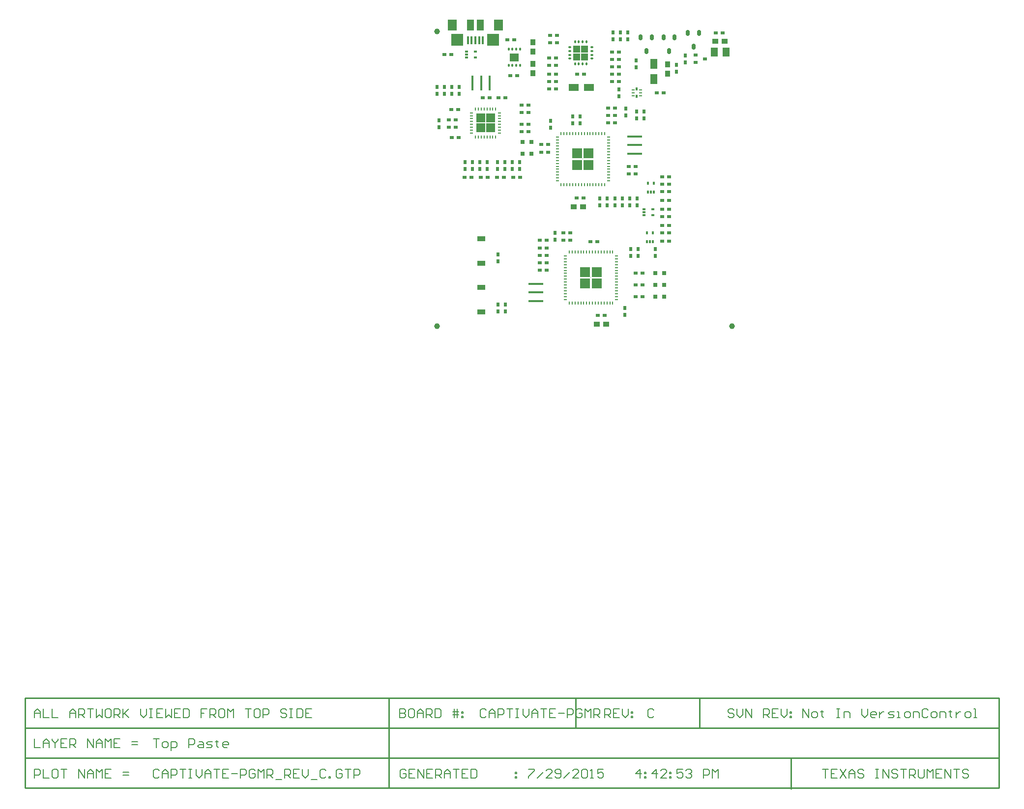
<source format=gtp>
%FSAX25Y25*%
%MOIN*%
G70*
G01*
G75*
G04 Layer_Color=9021481*
%ADD10R,0.01575X0.10236*%
%ADD11R,0.03150X0.02362*%
%ADD12R,0.03150X0.03150*%
%ADD13R,0.03937X0.03740*%
%ADD14R,0.01969X0.01181*%
%ADD15R,0.01181X0.01969*%
%ADD16R,0.02362X0.03150*%
%ADD17R,0.10236X0.01575*%
G04:AMPARAMS|DCode=18|XSize=23.62mil|YSize=39.37mil|CornerRadius=5.91mil|HoleSize=0mil|Usage=FLASHONLY|Rotation=0.000|XOffset=0mil|YOffset=0mil|HoleType=Round|Shape=RoundedRectangle|*
%AMROUNDEDRECTD18*
21,1,0.02362,0.02756,0,0,0.0*
21,1,0.01181,0.03937,0,0,0.0*
1,1,0.01181,0.00591,-0.01378*
1,1,0.01181,-0.00591,-0.01378*
1,1,0.01181,-0.00591,0.01378*
1,1,0.01181,0.00591,0.01378*
%
%ADD18ROUNDEDRECTD18*%
%ADD19R,0.05000X0.06300*%
%ADD20R,0.03740X0.03937*%
%ADD21R,0.04921X0.07087*%
%ADD22R,0.07087X0.04921*%
%ADD23C,0.03937*%
%ADD24O,0.00945X0.02362*%
%ADD25O,0.02362X0.00945*%
%ADD26R,0.16732X0.16732*%
%ADD27R,0.13583X0.13583*%
%ADD28R,0.06890X0.05906*%
%ADD29O,0.01181X0.02362*%
%ADD30R,0.01181X0.02362*%
%ADD31R,0.02165X0.00984*%
%ADD32R,0.02165X0.00787*%
%ADD33R,0.05512X0.03740*%
%ADD34R,0.08268X0.08268*%
%ADD35R,0.06299X0.07480*%
%ADD36R,0.04724X0.07480*%
%ADD37R,0.01575X0.05315*%
%ADD38O,0.02362X0.01181*%
%ADD39R,0.10630X0.10630*%
%ADD40C,0.00800*%
%ADD41C,0.00900*%
%ADD42C,0.01000*%
%ADD43C,0.02000*%
%ADD44C,0.01500*%
%ADD45C,0.01200*%
%ADD46R,0.17200X0.17200*%
%ADD47C,0.06000*%
%ADD48C,0.05906*%
%ADD49R,0.05906X0.05906*%
%ADD50R,0.03937X0.03937*%
%ADD51C,0.09843*%
%ADD52C,0.03000*%
%ADD53C,0.01969*%
%ADD54C,0.04000*%
%ADD55C,0.00100*%
%ADD56C,0.07543*%
%ADD57C,0.06756*%
%ADD58C,0.10693*%
%ADD59C,0.08000*%
%ADD60C,0.05600*%
%ADD61C,0.04787*%
%ADD62C,0.00700*%
%ADD63C,0.00787*%
%ADD64C,0.00669*%
%ADD65C,0.00600*%
%ADD66R,0.01969X0.06299*%
%ADD67R,0.01968X0.06299*%
%ADD68R,0.00787X0.03248*%
%ADD69R,0.01969X0.06299*%
%ADD70R,0.01280X0.02658*%
%ADD71R,0.07039X0.07039*%
%ADD72R,0.05850X0.05850*%
%ADD73R,0.06240X0.05445*%
%ADD74R,0.04677X0.04677*%
%ADD75R,0.00100X0.00100*%
G54D10*
X0355105Y0518400D02*
D03*
X0343295D02*
D03*
X0349200D02*
D03*
G54D11*
X0324338Y0537900D02*
D03*
X0329062D02*
D03*
X0453838Y0389400D02*
D03*
X0458563D02*
D03*
X0428338Y0360900D02*
D03*
X0433062D02*
D03*
X0381200Y0503400D02*
D03*
X0376476D02*
D03*
X0381200Y0498400D02*
D03*
X0376476D02*
D03*
X0381200Y0490400D02*
D03*
X0376476D02*
D03*
X0381200Y0485400D02*
D03*
X0376476D02*
D03*
X0359838Y0454400D02*
D03*
X0364562D02*
D03*
X0375562D02*
D03*
X0370838D02*
D03*
X0355062Y0508400D02*
D03*
X0350338D02*
D03*
X0337838Y0454400D02*
D03*
X0342562D02*
D03*
X0348838Y0454400D02*
D03*
X0353562D02*
D03*
X0334062Y0481400D02*
D03*
X0329338D02*
D03*
X0333562Y0500400D02*
D03*
X0328838D02*
D03*
X0373562Y0523400D02*
D03*
X0368838D02*
D03*
X0404838Y0416900D02*
D03*
X0409562D02*
D03*
X0388838Y0411900D02*
D03*
X0393562D02*
D03*
X0388838Y0406400D02*
D03*
X0393562D02*
D03*
X0404838Y0411900D02*
D03*
X0409562D02*
D03*
X0458562Y0381400D02*
D03*
X0453838D02*
D03*
X0458563Y0373400D02*
D03*
X0453838D02*
D03*
X0435338Y0501400D02*
D03*
X0440062D02*
D03*
X0442562Y0539400D02*
D03*
X0437838D02*
D03*
X0400562Y0550900D02*
D03*
X0395838D02*
D03*
X0400562Y0545900D02*
D03*
X0395838D02*
D03*
X0442562Y0519565D02*
D03*
X0437838D02*
D03*
Y0529565D02*
D03*
X0442562D02*
D03*
X0435338Y0491400D02*
D03*
X0440062D02*
D03*
X0468338Y0511900D02*
D03*
X0473062D02*
D03*
X0395338Y0519400D02*
D03*
X0400062D02*
D03*
X0389838Y0471400D02*
D03*
X0394562D02*
D03*
X0389838Y0476900D02*
D03*
X0394562D02*
D03*
X0365562Y0508400D02*
D03*
X0360838D02*
D03*
X0332062Y0488400D02*
D03*
X0327338D02*
D03*
X0371562Y0547900D02*
D03*
X0366838D02*
D03*
X0393562Y0391400D02*
D03*
X0388838D02*
D03*
X0393562Y0396400D02*
D03*
X0388838D02*
D03*
X0423338Y0410900D02*
D03*
X0428062D02*
D03*
X0393562Y0401400D02*
D03*
X0388838D02*
D03*
X0508338Y0552400D02*
D03*
X0513062D02*
D03*
X0437838Y0524565D02*
D03*
X0442562D02*
D03*
X0440062Y0496400D02*
D03*
X0435338D02*
D03*
X0400062Y0514400D02*
D03*
X0395338D02*
D03*
X0449338Y0461900D02*
D03*
X0454062D02*
D03*
X0449338Y0456900D02*
D03*
X0454062D02*
D03*
X0418562Y0440400D02*
D03*
X0413838D02*
D03*
X0414338Y0524400D02*
D03*
X0419062D02*
D03*
X0395338Y0524400D02*
D03*
X0400062D02*
D03*
X0395338Y0530400D02*
D03*
X0400062D02*
D03*
X0442562Y0534565D02*
D03*
X0437838D02*
D03*
X0395338Y0535400D02*
D03*
X0400062D02*
D03*
X0494550Y0537459D02*
D03*
Y0532341D02*
D03*
X0500850Y0534900D02*
D03*
X0332062Y0493400D02*
D03*
X0327338D02*
D03*
X0476562Y0449900D02*
D03*
X0471838D02*
D03*
Y0454900D02*
D03*
X0476562D02*
D03*
Y0444900D02*
D03*
X0471838D02*
D03*
Y0438900D02*
D03*
X0476562D02*
D03*
Y0432735D02*
D03*
X0471838D02*
D03*
Y0427735D02*
D03*
X0476562D02*
D03*
Y0421735D02*
D03*
X0471838D02*
D03*
Y0416735D02*
D03*
X0476562D02*
D03*
Y0411235D02*
D03*
X0471838D02*
D03*
G54D12*
X0467248Y0389400D02*
D03*
X0473153D02*
D03*
X0473153Y0381400D02*
D03*
X0467247D02*
D03*
X0467248Y0373400D02*
D03*
X0473153D02*
D03*
X0377247Y0470400D02*
D03*
X0383153D02*
D03*
Y0478400D02*
D03*
X0377247D02*
D03*
G54D13*
X0427550Y0354900D02*
D03*
X0433850D02*
D03*
X0412050Y0434400D02*
D03*
X0418350D02*
D03*
X0508050Y0546900D02*
D03*
X0514350D02*
D03*
G54D14*
X0465653Y0432703D02*
D03*
Y0428766D02*
D03*
X0459747D02*
D03*
Y0430735D02*
D03*
Y0432703D02*
D03*
X0345153Y0539868D02*
D03*
Y0535931D02*
D03*
X0339247D02*
D03*
Y0537900D02*
D03*
Y0539868D02*
D03*
G54D15*
X0461732Y0416853D02*
D03*
X0465669D02*
D03*
Y0410947D02*
D03*
X0463701D02*
D03*
X0461732D02*
D03*
X0462231Y0450353D02*
D03*
X0466169D02*
D03*
Y0444447D02*
D03*
X0464200D02*
D03*
X0462231D02*
D03*
G54D16*
X0455700Y0401038D02*
D03*
Y0405762D02*
D03*
X0450700D02*
D03*
Y0401038D02*
D03*
X0467200Y0405762D02*
D03*
Y0401038D02*
D03*
X0370200Y0460038D02*
D03*
Y0464762D02*
D03*
X0365200Y0460038D02*
D03*
Y0464762D02*
D03*
X0348200Y0464762D02*
D03*
Y0460038D02*
D03*
X0343200Y0464762D02*
D03*
Y0460038D02*
D03*
X0319200Y0515762D02*
D03*
Y0511038D02*
D03*
X0334200Y0515762D02*
D03*
Y0511038D02*
D03*
X0360700Y0397538D02*
D03*
Y0402262D02*
D03*
X0365700Y0363538D02*
D03*
Y0368262D02*
D03*
X0454200Y0533762D02*
D03*
Y0529038D02*
D03*
X0487700Y0532538D02*
D03*
Y0537262D02*
D03*
X0443700Y0548038D02*
D03*
Y0552762D02*
D03*
X0438700D02*
D03*
Y0548038D02*
D03*
X0447200Y0496538D02*
D03*
Y0501262D02*
D03*
X0454521Y0499262D02*
D03*
Y0494538D02*
D03*
X0439879Y0440262D02*
D03*
Y0435538D02*
D03*
X0449879Y0435538D02*
D03*
Y0440262D02*
D03*
X0444879Y0435538D02*
D03*
Y0440262D02*
D03*
X0320700Y0493262D02*
D03*
Y0488538D02*
D03*
X0360200Y0464762D02*
D03*
Y0460038D02*
D03*
X0375200Y0464762D02*
D03*
Y0460038D02*
D03*
X0338200Y0464762D02*
D03*
Y0460038D02*
D03*
X0353200Y0460038D02*
D03*
Y0464762D02*
D03*
X0324200Y0511038D02*
D03*
Y0515762D02*
D03*
X0329200Y0511038D02*
D03*
Y0515762D02*
D03*
X0446700Y0365762D02*
D03*
Y0361038D02*
D03*
X0399200Y0412038D02*
D03*
Y0416762D02*
D03*
X0360700Y0363538D02*
D03*
Y0368262D02*
D03*
X0481700Y0530762D02*
D03*
Y0526038D02*
D03*
X0448700Y0552762D02*
D03*
Y0548038D02*
D03*
X0459700Y0499262D02*
D03*
Y0494538D02*
D03*
X0416200Y0491038D02*
D03*
Y0495762D02*
D03*
X0396200Y0488038D02*
D03*
Y0492762D02*
D03*
X0411200Y0491038D02*
D03*
Y0495762D02*
D03*
X0454879Y0440262D02*
D03*
Y0435538D02*
D03*
X0434700Y0440262D02*
D03*
Y0435538D02*
D03*
X0442700Y0514262D02*
D03*
Y0509538D02*
D03*
X0429700Y0440262D02*
D03*
Y0435538D02*
D03*
G54D17*
X0386200Y0370494D02*
D03*
Y0382305D02*
D03*
Y0376400D02*
D03*
X0453200Y0482305D02*
D03*
Y0470495D02*
D03*
Y0476400D02*
D03*
G54D18*
X0464940Y0549624D02*
D03*
X0457460D02*
D03*
X0461200Y0540176D02*
D03*
X0496940Y0552625D02*
D03*
X0489460D02*
D03*
X0493200Y0543176D02*
D03*
X0480440Y0549624D02*
D03*
X0472960D02*
D03*
X0476700Y0540175D02*
D03*
G54D19*
X0507200Y0539400D02*
D03*
X0515200D02*
D03*
G54D20*
X0384200Y0546050D02*
D03*
Y0539750D02*
D03*
Y0525250D02*
D03*
Y0531550D02*
D03*
X0475700Y0531050D02*
D03*
Y0524750D02*
D03*
G54D21*
X0466200Y0531518D02*
D03*
Y0521282D02*
D03*
G54D22*
X0422318Y0515400D02*
D03*
X0412082D02*
D03*
G54D23*
X0319200Y0353400D02*
D03*
X0519200D02*
D03*
X0319200Y0553400D02*
D03*
G54D24*
X0408936Y0369077D02*
D03*
X0410905D02*
D03*
X0412873D02*
D03*
X0414842D02*
D03*
X0416810D02*
D03*
X0418779D02*
D03*
X0420747D02*
D03*
X0422716D02*
D03*
X0424684D02*
D03*
X0426653D02*
D03*
X0428621D02*
D03*
X0430590D02*
D03*
X0432558D02*
D03*
X0434527D02*
D03*
X0436495D02*
D03*
X0438464D02*
D03*
Y0403723D02*
D03*
X0436495D02*
D03*
X0434527D02*
D03*
X0432558D02*
D03*
X0430590D02*
D03*
X0428621D02*
D03*
X0426653D02*
D03*
X0424684D02*
D03*
X0422716D02*
D03*
X0420747D02*
D03*
X0418779D02*
D03*
X0416810D02*
D03*
X0414842D02*
D03*
X0412873D02*
D03*
X0410905D02*
D03*
X0408936D02*
D03*
X0432964Y0484223D02*
D03*
X0430995D02*
D03*
X0429027D02*
D03*
X0427058D02*
D03*
X0425090D02*
D03*
X0423121D02*
D03*
X0421153D02*
D03*
X0419184D02*
D03*
X0417216D02*
D03*
X0415247D02*
D03*
X0413279D02*
D03*
X0411310D02*
D03*
X0409342D02*
D03*
X0407373D02*
D03*
X0405405D02*
D03*
X0403436D02*
D03*
Y0449577D02*
D03*
X0405405D02*
D03*
X0407373D02*
D03*
X0409342D02*
D03*
X0411310D02*
D03*
X0413279D02*
D03*
X0415247D02*
D03*
X0417216D02*
D03*
X0419184D02*
D03*
X0421153D02*
D03*
X0423121D02*
D03*
X0425090D02*
D03*
X0427058D02*
D03*
X0429027D02*
D03*
X0430995D02*
D03*
X0432964D02*
D03*
X0345310Y0481951D02*
D03*
X0347279D02*
D03*
X0349247D02*
D03*
X0351216D02*
D03*
X0353184D02*
D03*
X0355153D02*
D03*
X0357121D02*
D03*
X0359090D02*
D03*
Y0500849D02*
D03*
X0357121D02*
D03*
X0355153D02*
D03*
X0353184D02*
D03*
X0351216D02*
D03*
X0349247D02*
D03*
X0347279D02*
D03*
X0345310D02*
D03*
G54D25*
X0441023Y0371633D02*
D03*
Y0373602D02*
D03*
Y0375571D02*
D03*
Y0377539D02*
D03*
Y0379508D02*
D03*
Y0381477D02*
D03*
Y0383447D02*
D03*
Y0385416D02*
D03*
Y0387385D02*
D03*
Y0389353D02*
D03*
Y0391322D02*
D03*
Y0393291D02*
D03*
Y0395261D02*
D03*
Y0397230D02*
D03*
Y0399199D02*
D03*
Y0401167D02*
D03*
X0406377D02*
D03*
Y0399199D02*
D03*
Y0397230D02*
D03*
Y0395261D02*
D03*
Y0393291D02*
D03*
Y0391322D02*
D03*
Y0389353D02*
D03*
Y0387385D02*
D03*
Y0385416D02*
D03*
Y0383447D02*
D03*
Y0381477D02*
D03*
Y0379508D02*
D03*
Y0377539D02*
D03*
Y0375571D02*
D03*
Y0373602D02*
D03*
Y0371633D02*
D03*
X0400877Y0481668D02*
D03*
Y0479699D02*
D03*
Y0477730D02*
D03*
Y0475761D02*
D03*
Y0473792D02*
D03*
Y0471823D02*
D03*
Y0469853D02*
D03*
Y0467884D02*
D03*
Y0465915D02*
D03*
Y0463946D02*
D03*
Y0461977D02*
D03*
Y0460008D02*
D03*
Y0458040D02*
D03*
Y0456071D02*
D03*
Y0454102D02*
D03*
Y0452133D02*
D03*
X0435523D02*
D03*
Y0454102D02*
D03*
Y0456071D02*
D03*
Y0458040D02*
D03*
Y0460008D02*
D03*
Y0461977D02*
D03*
Y0463946D02*
D03*
Y0465915D02*
D03*
Y0467884D02*
D03*
Y0469853D02*
D03*
Y0471823D02*
D03*
Y0473792D02*
D03*
Y0475761D02*
D03*
Y0477730D02*
D03*
Y0479699D02*
D03*
Y0481668D02*
D03*
X0342751Y0498290D02*
D03*
Y0496321D02*
D03*
Y0494353D02*
D03*
Y0492384D02*
D03*
Y0490416D02*
D03*
Y0488447D02*
D03*
Y0486479D02*
D03*
Y0484510D02*
D03*
X0361649D02*
D03*
Y0486479D02*
D03*
Y0488447D02*
D03*
Y0490416D02*
D03*
Y0492384D02*
D03*
Y0494353D02*
D03*
Y0496321D02*
D03*
Y0498290D02*
D03*
G54D29*
X0375539Y0530388D02*
D03*
X0372979D02*
D03*
X0370421D02*
D03*
X0367861D02*
D03*
Y0541412D02*
D03*
X0370421D02*
D03*
X0372979D02*
D03*
X0375539D02*
D03*
X0420539Y0546380D02*
D03*
X0417979D02*
D03*
X0415420D02*
D03*
X0412861D02*
D03*
Y0531420D02*
D03*
X0415420D02*
D03*
X0417979D02*
D03*
X0420539D02*
D03*
G54D30*
X0454700Y0514459D02*
D03*
Y0509341D02*
D03*
G54D31*
X0452141Y0513869D02*
D03*
Y0509932D02*
D03*
X0457259D02*
D03*
Y0513869D02*
D03*
G54D32*
X0452141Y0511900D02*
D03*
X0457259D02*
D03*
G54D33*
X0349200Y0412668D02*
D03*
Y0396132D02*
D03*
Y0379668D02*
D03*
Y0363132D02*
D03*
G54D34*
X0333050Y0547892D02*
D03*
X0357460D02*
D03*
G54D35*
X0329507Y0557932D02*
D03*
X0361003D02*
D03*
G54D36*
X0348700D02*
D03*
X0341810D02*
D03*
G54D37*
X0350373Y0547400D02*
D03*
X0347814D02*
D03*
X0345255D02*
D03*
X0342696D02*
D03*
X0340137D02*
D03*
G54D38*
X0424180Y0535061D02*
D03*
Y0537620D02*
D03*
Y0540179D02*
D03*
Y0542739D02*
D03*
X0409220D02*
D03*
Y0540179D02*
D03*
Y0537620D02*
D03*
Y0535061D02*
D03*
G54D40*
X0126900Y0073549D02*
X0130899D01*
X0128899D01*
Y0067551D01*
X0133898D02*
X0135897D01*
X0136897Y0068550D01*
Y0070550D01*
X0135897Y0071549D01*
X0133898D01*
X0132898Y0070550D01*
Y0068550D01*
X0133898Y0067551D01*
X0138896Y0065551D02*
Y0071549D01*
X0141895D01*
X0142895Y0070550D01*
Y0068550D01*
X0141895Y0067551D01*
X0138896D01*
X0150892D02*
Y0073549D01*
X0153891D01*
X0154891Y0072549D01*
Y0070550D01*
X0153891Y0069550D01*
X0150892D01*
X0157890Y0071549D02*
X0159889D01*
X0160889Y0070550D01*
Y0067551D01*
X0157890D01*
X0156890Y0068550D01*
X0157890Y0069550D01*
X0160889D01*
X0162888Y0067551D02*
X0165887D01*
X0166887Y0068550D01*
X0165887Y0069550D01*
X0163888D01*
X0162888Y0070550D01*
X0163888Y0071549D01*
X0166887D01*
X0169886Y0072549D02*
Y0071549D01*
X0168886D01*
X0170886D01*
X0169886D01*
Y0068550D01*
X0170886Y0067551D01*
X0176884D02*
X0174884D01*
X0173885Y0068550D01*
Y0070550D01*
X0174884Y0071549D01*
X0176884D01*
X0177884Y0070550D01*
Y0069550D01*
X0173885D01*
X0567400Y0087833D02*
Y0093831D01*
X0571399Y0087833D01*
Y0093831D01*
X0574398Y0087833D02*
X0576397D01*
X0577397Y0088833D01*
Y0090832D01*
X0576397Y0091832D01*
X0574398D01*
X0573398Y0090832D01*
Y0088833D01*
X0574398Y0087833D01*
X0580396Y0092832D02*
Y0091832D01*
X0579396D01*
X0581395D01*
X0580396D01*
Y0088833D01*
X0581395Y0087833D01*
X0590393Y0093831D02*
X0592392D01*
X0591392D01*
Y0087833D01*
X0590393D01*
X0592392D01*
X0595391D02*
Y0091832D01*
X0598390D01*
X0599390Y0090832D01*
Y0087833D01*
X0607387Y0093831D02*
Y0089833D01*
X0609386Y0087833D01*
X0611386Y0089833D01*
Y0093831D01*
X0616384Y0087833D02*
X0614385D01*
X0613385Y0088833D01*
Y0090832D01*
X0614385Y0091832D01*
X0616384D01*
X0617384Y0090832D01*
Y0089833D01*
X0613385D01*
X0619383Y0091832D02*
Y0087833D01*
Y0089833D01*
X0620383Y0090832D01*
X0621383Y0091832D01*
X0622382D01*
X0625381Y0087833D02*
X0628380D01*
X0629380Y0088833D01*
X0628380Y0089833D01*
X0626381D01*
X0625381Y0090832D01*
X0626381Y0091832D01*
X0629380D01*
X0631379Y0087833D02*
X0633379D01*
X0632379D01*
Y0091832D01*
X0631379D01*
X0637377Y0087833D02*
X0639377D01*
X0640376Y0088833D01*
Y0090832D01*
X0639377Y0091832D01*
X0637377D01*
X0636378Y0090832D01*
Y0088833D01*
X0637377Y0087833D01*
X0642376D02*
Y0091832D01*
X0645375D01*
X0646374Y0090832D01*
Y0087833D01*
X0652373Y0092832D02*
X0651373Y0093831D01*
X0649373D01*
X0648374Y0092832D01*
Y0088833D01*
X0649373Y0087833D01*
X0651373D01*
X0652373Y0088833D01*
X0655372Y0087833D02*
X0657371D01*
X0658371Y0088833D01*
Y0090832D01*
X0657371Y0091832D01*
X0655372D01*
X0654372Y0090832D01*
Y0088833D01*
X0655372Y0087833D01*
X0660370D02*
Y0091832D01*
X0663369D01*
X0664369Y0090832D01*
Y0087833D01*
X0667368Y0092832D02*
Y0091832D01*
X0666368D01*
X0668367D01*
X0667368D01*
Y0088833D01*
X0668367Y0087833D01*
X0671366Y0091832D02*
Y0087833D01*
Y0089833D01*
X0672366Y0090832D01*
X0673366Y0091832D01*
X0674365D01*
X0678364Y0087833D02*
X0680364D01*
X0681363Y0088833D01*
Y0090832D01*
X0680364Y0091832D01*
X0678364D01*
X0677364Y0090832D01*
Y0088833D01*
X0678364Y0087833D01*
X0683362D02*
X0685362D01*
X0684362D01*
Y0093831D01*
X0683362D01*
X0520799Y0092832D02*
X0519799Y0093831D01*
X0517800D01*
X0516800Y0092832D01*
Y0091832D01*
X0517800Y0090832D01*
X0519799D01*
X0520799Y0089833D01*
Y0088833D01*
X0519799Y0087833D01*
X0517800D01*
X0516800Y0088833D01*
X0522798Y0093831D02*
Y0089833D01*
X0524797Y0087833D01*
X0526797Y0089833D01*
Y0093831D01*
X0528796Y0087833D02*
Y0093831D01*
X0532795Y0087833D01*
Y0093831D01*
X0540792Y0087833D02*
Y0093831D01*
X0543791D01*
X0544791Y0092832D01*
Y0090832D01*
X0543791Y0089833D01*
X0540792D01*
X0542792D02*
X0544791Y0087833D01*
X0550789Y0093831D02*
X0546790D01*
Y0087833D01*
X0550789D01*
X0546790Y0090832D02*
X0548790D01*
X0552788Y0093831D02*
Y0089833D01*
X0554788Y0087833D01*
X0556787Y0089833D01*
Y0093831D01*
X0558786Y0091832D02*
X0559786D01*
Y0090832D01*
X0558786D01*
Y0091832D01*
Y0088833D02*
X0559786D01*
Y0087833D01*
X0558786D01*
Y0088833D01*
X0433000Y0087833D02*
Y0093831D01*
X0435999D01*
X0436999Y0092832D01*
Y0090832D01*
X0435999Y0089833D01*
X0433000D01*
X0434999D02*
X0436999Y0087833D01*
X0442997Y0093831D02*
X0438998D01*
Y0087833D01*
X0442997D01*
X0438998Y0090832D02*
X0440997D01*
X0444996Y0093831D02*
Y0089833D01*
X0446995Y0087833D01*
X0448995Y0089833D01*
Y0093831D01*
X0450994Y0091832D02*
X0451994D01*
Y0090832D01*
X0450994D01*
Y0091832D01*
Y0088833D02*
X0451994D01*
Y0087833D01*
X0450994D01*
Y0088833D01*
X0130899Y0051965D02*
X0129899Y0052965D01*
X0127900D01*
X0126900Y0051965D01*
Y0047966D01*
X0127900Y0046966D01*
X0129899D01*
X0130899Y0047966D01*
X0132898Y0046966D02*
Y0050965D01*
X0134897Y0052965D01*
X0136897Y0050965D01*
Y0046966D01*
Y0049966D01*
X0132898D01*
X0138896Y0046966D02*
Y0052965D01*
X0141895D01*
X0142895Y0051965D01*
Y0049966D01*
X0141895Y0048966D01*
X0138896D01*
X0144894Y0052965D02*
X0148893D01*
X0146894D01*
Y0046966D01*
X0150892Y0052965D02*
X0152892D01*
X0151892D01*
Y0046966D01*
X0150892D01*
X0152892D01*
X0155891Y0052965D02*
Y0048966D01*
X0157890Y0046966D01*
X0159889Y0048966D01*
Y0052965D01*
X0161889Y0046966D02*
Y0050965D01*
X0163888Y0052965D01*
X0165887Y0050965D01*
Y0046966D01*
Y0049966D01*
X0161889D01*
X0167887Y0052965D02*
X0171885D01*
X0169886D01*
Y0046966D01*
X0177884Y0052965D02*
X0173885D01*
Y0046966D01*
X0177884D01*
X0173885Y0049966D02*
X0175884D01*
X0179883D02*
X0183882D01*
X0185881Y0046966D02*
Y0052965D01*
X0188880D01*
X0189880Y0051965D01*
Y0049966D01*
X0188880Y0048966D01*
X0185881D01*
X0195878Y0051965D02*
X0194878Y0052965D01*
X0192879D01*
X0191879Y0051965D01*
Y0047966D01*
X0192879Y0046966D01*
X0194878D01*
X0195878Y0047966D01*
Y0049966D01*
X0193878D01*
X0197877Y0046966D02*
Y0052965D01*
X0199876Y0050965D01*
X0201876Y0052965D01*
Y0046966D01*
X0203875D02*
Y0052965D01*
X0206874D01*
X0207874Y0051965D01*
Y0049966D01*
X0206874Y0048966D01*
X0203875D01*
X0205874D02*
X0207874Y0046966D01*
X0209873Y0045967D02*
X0213872D01*
X0215871Y0046966D02*
Y0052965D01*
X0218870D01*
X0219870Y0051965D01*
Y0049966D01*
X0218870Y0048966D01*
X0215871D01*
X0217871D02*
X0219870Y0046966D01*
X0225868Y0052965D02*
X0221869D01*
Y0046966D01*
X0225868D01*
X0221869Y0049966D02*
X0223869D01*
X0227867Y0052965D02*
Y0048966D01*
X0229867Y0046966D01*
X0231866Y0048966D01*
Y0052965D01*
X0233865Y0045967D02*
X0237864D01*
X0243862Y0051965D02*
X0242863Y0052965D01*
X0240863D01*
X0239863Y0051965D01*
Y0047966D01*
X0240863Y0046966D01*
X0242863D01*
X0243862Y0047966D01*
X0245862Y0046966D02*
Y0047966D01*
X0246861D01*
Y0046966D01*
X0245862D01*
X0254859Y0051965D02*
X0253859Y0052965D01*
X0251860D01*
X0250860Y0051965D01*
Y0047966D01*
X0251860Y0046966D01*
X0253859D01*
X0254859Y0047966D01*
Y0049966D01*
X0252859D01*
X0256858Y0052965D02*
X0260857D01*
X0258857D01*
Y0046966D01*
X0262856D02*
Y0052965D01*
X0265855D01*
X0266855Y0051965D01*
Y0049966D01*
X0265855Y0048966D01*
X0262856D01*
X0381150Y0052965D02*
X0385149D01*
Y0051965D01*
X0381150Y0047966D01*
Y0046966D01*
X0387148D02*
X0391147Y0050965D01*
X0397145Y0046966D02*
X0393146D01*
X0397145Y0050965D01*
Y0051965D01*
X0396145Y0052965D01*
X0394146D01*
X0393146Y0051965D01*
X0399144Y0047966D02*
X0400144Y0046966D01*
X0402143D01*
X0403143Y0047966D01*
Y0051965D01*
X0402143Y0052965D01*
X0400144D01*
X0399144Y0051965D01*
Y0050965D01*
X0400144Y0049966D01*
X0403143D01*
X0405142Y0046966D02*
X0409141Y0050965D01*
X0415139Y0046966D02*
X0411140D01*
X0415139Y0050965D01*
Y0051965D01*
X0414139Y0052965D01*
X0412140D01*
X0411140Y0051965D01*
X0417138D02*
X0418138Y0052965D01*
X0420137D01*
X0421137Y0051965D01*
Y0047966D01*
X0420137Y0046966D01*
X0418138D01*
X0417138Y0047966D01*
Y0051965D01*
X0423136Y0046966D02*
X0425136D01*
X0424136D01*
Y0052965D01*
X0423136Y0051965D01*
X0432133Y0052965D02*
X0428135D01*
Y0049966D01*
X0430134Y0050965D01*
X0431134D01*
X0432133Y0049966D01*
Y0047966D01*
X0431134Y0046966D01*
X0429135D01*
X0428135Y0047966D01*
X0298199Y0051965D02*
X0297199Y0052965D01*
X0295200D01*
X0294200Y0051965D01*
Y0047966D01*
X0295200Y0046966D01*
X0297199D01*
X0298199Y0047966D01*
Y0049966D01*
X0296199D01*
X0304197Y0052965D02*
X0300198D01*
Y0046966D01*
X0304197D01*
X0300198Y0049966D02*
X0302197D01*
X0306196Y0046966D02*
Y0052965D01*
X0310195Y0046966D01*
Y0052965D01*
X0316193D02*
X0312194D01*
Y0046966D01*
X0316193D01*
X0312194Y0049966D02*
X0314194D01*
X0318192Y0046966D02*
Y0052965D01*
X0321191D01*
X0322191Y0051965D01*
Y0049966D01*
X0321191Y0048966D01*
X0318192D01*
X0320192D02*
X0322191Y0046966D01*
X0324190D02*
Y0050965D01*
X0326190Y0052965D01*
X0328189Y0050965D01*
Y0046966D01*
Y0049966D01*
X0324190D01*
X0330188Y0052965D02*
X0334187D01*
X0332188D01*
Y0046966D01*
X0340185Y0052965D02*
X0336186D01*
Y0046966D01*
X0340185D01*
X0336186Y0049966D02*
X0338186D01*
X0342184Y0052965D02*
Y0046966D01*
X0345183D01*
X0346183Y0047966D01*
Y0051965D01*
X0345183Y0052965D01*
X0342184D01*
X0372175Y0050965D02*
X0373175D01*
Y0049966D01*
X0372175D01*
Y0050965D01*
Y0047966D02*
X0373175D01*
Y0046966D01*
X0372175D01*
Y0047966D01*
X0046350Y0087833D02*
Y0091832D01*
X0048349Y0093831D01*
X0050349Y0091832D01*
Y0087833D01*
Y0090832D01*
X0046350D01*
X0052348Y0093831D02*
Y0087833D01*
X0056347D01*
X0058346Y0093831D02*
Y0087833D01*
X0062345D01*
X0070342D02*
Y0091832D01*
X0072342Y0093831D01*
X0074341Y0091832D01*
Y0087833D01*
Y0090832D01*
X0070342D01*
X0076340Y0087833D02*
Y0093831D01*
X0079339D01*
X0080339Y0092832D01*
Y0090832D01*
X0079339Y0089833D01*
X0076340D01*
X0078340D02*
X0080339Y0087833D01*
X0082338Y0093831D02*
X0086337D01*
X0084338D01*
Y0087833D01*
X0088336Y0093831D02*
Y0087833D01*
X0090336Y0089833D01*
X0092335Y0087833D01*
Y0093831D01*
X0097334D02*
X0095334D01*
X0094335Y0092832D01*
Y0088833D01*
X0095334Y0087833D01*
X0097334D01*
X0098333Y0088833D01*
Y0092832D01*
X0097334Y0093831D01*
X0100332Y0087833D02*
Y0093831D01*
X0103332D01*
X0104331Y0092832D01*
Y0090832D01*
X0103332Y0089833D01*
X0100332D01*
X0102332D02*
X0104331Y0087833D01*
X0106331Y0093831D02*
Y0087833D01*
Y0089833D01*
X0110329Y0093831D01*
X0107330Y0090832D01*
X0110329Y0087833D01*
X0118327Y0093831D02*
Y0089833D01*
X0120326Y0087833D01*
X0122325Y0089833D01*
Y0093831D01*
X0124325D02*
X0126324D01*
X0125324D01*
Y0087833D01*
X0124325D01*
X0126324D01*
X0133322Y0093831D02*
X0129323D01*
Y0087833D01*
X0133322D01*
X0129323Y0090832D02*
X0131323D01*
X0135321Y0093831D02*
Y0087833D01*
X0137321Y0089833D01*
X0139320Y0087833D01*
Y0093831D01*
X0145318D02*
X0141319D01*
Y0087833D01*
X0145318D01*
X0141319Y0090832D02*
X0143319D01*
X0147317Y0093831D02*
Y0087833D01*
X0150316D01*
X0151316Y0088833D01*
Y0092832D01*
X0150316Y0093831D01*
X0147317D01*
X0163312D02*
X0159313D01*
Y0090832D01*
X0161313D01*
X0159313D01*
Y0087833D01*
X0165312D02*
Y0093831D01*
X0168310D01*
X0169310Y0092832D01*
Y0090832D01*
X0168310Y0089833D01*
X0165312D01*
X0167311D02*
X0169310Y0087833D01*
X0174309Y0093831D02*
X0172309D01*
X0171310Y0092832D01*
Y0088833D01*
X0172309Y0087833D01*
X0174309D01*
X0175308Y0088833D01*
Y0092832D01*
X0174309Y0093831D01*
X0177308Y0087833D02*
Y0093831D01*
X0179307Y0091832D01*
X0181306Y0093831D01*
Y0087833D01*
X0189304Y0093831D02*
X0193303D01*
X0191303D01*
Y0087833D01*
X0198301Y0093831D02*
X0196301D01*
X0195302Y0092832D01*
Y0088833D01*
X0196301Y0087833D01*
X0198301D01*
X0199301Y0088833D01*
Y0092832D01*
X0198301Y0093831D01*
X0201300Y0087833D02*
Y0093831D01*
X0204299D01*
X0205299Y0092832D01*
Y0090832D01*
X0204299Y0089833D01*
X0201300D01*
X0217295Y0092832D02*
X0216295Y0093831D01*
X0214296D01*
X0213296Y0092832D01*
Y0091832D01*
X0214296Y0090832D01*
X0216295D01*
X0217295Y0089833D01*
Y0088833D01*
X0216295Y0087833D01*
X0214296D01*
X0213296Y0088833D01*
X0219294Y0093831D02*
X0221293D01*
X0220294D01*
Y0087833D01*
X0219294D01*
X0221293D01*
X0224292Y0093831D02*
Y0087833D01*
X0227291D01*
X0228291Y0088833D01*
Y0092832D01*
X0227291Y0093831D01*
X0224292D01*
X0234289D02*
X0230291D01*
Y0087833D01*
X0234289D01*
X0230291Y0090832D02*
X0232290D01*
X0466149Y0092832D02*
X0465149Y0093831D01*
X0463150D01*
X0462150Y0092832D01*
Y0088833D01*
X0463150Y0087833D01*
X0465149D01*
X0466149Y0088833D01*
X0352549Y0092832D02*
X0351549Y0093831D01*
X0349550D01*
X0348550Y0092832D01*
Y0088833D01*
X0349550Y0087833D01*
X0351549D01*
X0352549Y0088833D01*
X0354548Y0087833D02*
Y0091832D01*
X0356547Y0093831D01*
X0358547Y0091832D01*
Y0087833D01*
Y0090832D01*
X0354548D01*
X0360546Y0087833D02*
Y0093831D01*
X0363545D01*
X0364545Y0092832D01*
Y0090832D01*
X0363545Y0089833D01*
X0360546D01*
X0366544Y0093831D02*
X0370543D01*
X0368544D01*
Y0087833D01*
X0372542Y0093831D02*
X0374542D01*
X0373542D01*
Y0087833D01*
X0372542D01*
X0374542D01*
X0377541Y0093831D02*
Y0089833D01*
X0379540Y0087833D01*
X0381539Y0089833D01*
Y0093831D01*
X0383539Y0087833D02*
Y0091832D01*
X0385538Y0093831D01*
X0387537Y0091832D01*
Y0087833D01*
Y0090832D01*
X0383539D01*
X0389537Y0093831D02*
X0393535D01*
X0391536D01*
Y0087833D01*
X0399534Y0093831D02*
X0395535D01*
Y0087833D01*
X0399534D01*
X0395535Y0090832D02*
X0397534D01*
X0401533D02*
X0405532D01*
X0407531Y0087833D02*
Y0093831D01*
X0410530D01*
X0411530Y0092832D01*
Y0090832D01*
X0410530Y0089833D01*
X0407531D01*
X0417528Y0092832D02*
X0416528Y0093831D01*
X0414529D01*
X0413529Y0092832D01*
Y0088833D01*
X0414529Y0087833D01*
X0416528D01*
X0417528Y0088833D01*
Y0090832D01*
X0415528D01*
X0419527Y0087833D02*
Y0093831D01*
X0421526Y0091832D01*
X0423526Y0093831D01*
Y0087833D01*
X0425525D02*
Y0093831D01*
X0428524D01*
X0429524Y0092832D01*
Y0090832D01*
X0428524Y0089833D01*
X0425525D01*
X0427524D02*
X0429524Y0087833D01*
X0294000Y0093831D02*
Y0087833D01*
X0296999D01*
X0297999Y0088833D01*
Y0089833D01*
X0296999Y0090832D01*
X0294000D01*
X0296999D01*
X0297999Y0091832D01*
Y0092832D01*
X0296999Y0093831D01*
X0294000D01*
X0302997D02*
X0300998D01*
X0299998Y0092832D01*
Y0088833D01*
X0300998Y0087833D01*
X0302997D01*
X0303997Y0088833D01*
Y0092832D01*
X0302997Y0093831D01*
X0305996Y0087833D02*
Y0091832D01*
X0307996Y0093831D01*
X0309995Y0091832D01*
Y0087833D01*
Y0090832D01*
X0305996D01*
X0311994Y0087833D02*
Y0093831D01*
X0314993D01*
X0315993Y0092832D01*
Y0090832D01*
X0314993Y0089833D01*
X0311994D01*
X0313994D02*
X0315993Y0087833D01*
X0317992Y0093831D02*
Y0087833D01*
X0320991D01*
X0321991Y0088833D01*
Y0092832D01*
X0320991Y0093831D01*
X0317992D01*
X0330988Y0087833D02*
Y0093831D01*
X0332987D02*
Y0087833D01*
X0329988Y0091832D02*
X0332987D01*
X0333987D01*
X0329988Y0089833D02*
X0333987D01*
X0335986Y0091832D02*
X0336986D01*
Y0090832D01*
X0335986D01*
Y0091832D01*
Y0088833D02*
X0336986D01*
Y0087833D01*
X0335986D01*
Y0088833D01*
X0046350Y0073549D02*
Y0067551D01*
X0050349D01*
X0052348D02*
Y0071549D01*
X0054347Y0073549D01*
X0056347Y0071549D01*
Y0067551D01*
Y0070550D01*
X0052348D01*
X0058346Y0073549D02*
Y0072549D01*
X0060346Y0070550D01*
X0062345Y0072549D01*
Y0073549D01*
X0060346Y0070550D02*
Y0067551D01*
X0068343Y0073549D02*
X0064344D01*
Y0067551D01*
X0068343D01*
X0064344Y0070550D02*
X0066343D01*
X0070342Y0067551D02*
Y0073549D01*
X0073341D01*
X0074341Y0072549D01*
Y0070550D01*
X0073341Y0069550D01*
X0070342D01*
X0072342D02*
X0074341Y0067551D01*
X0082338D02*
Y0073549D01*
X0086337Y0067551D01*
Y0073549D01*
X0088336Y0067551D02*
Y0071549D01*
X0090336Y0073549D01*
X0092335Y0071549D01*
Y0067551D01*
Y0070550D01*
X0088336D01*
X0094335Y0067551D02*
Y0073549D01*
X0096334Y0071549D01*
X0098333Y0073549D01*
Y0067551D01*
X0104331Y0073549D02*
X0100332D01*
Y0067551D01*
X0104331D01*
X0100332Y0070550D02*
X0102332D01*
X0112329Y0069550D02*
X0116327D01*
X0112329Y0071549D02*
X0116327D01*
X0046350Y0046966D02*
Y0052965D01*
X0049349D01*
X0050349Y0051965D01*
Y0049966D01*
X0049349Y0048966D01*
X0046350D01*
X0052348Y0052965D02*
Y0046966D01*
X0056347D01*
X0061345Y0052965D02*
X0059346D01*
X0058346Y0051965D01*
Y0047966D01*
X0059346Y0046966D01*
X0061345D01*
X0062345Y0047966D01*
Y0051965D01*
X0061345Y0052965D01*
X0064344D02*
X0068343D01*
X0066343D01*
Y0046966D01*
X0076340D02*
Y0052965D01*
X0080339Y0046966D01*
Y0052965D01*
X0082338Y0046966D02*
Y0050965D01*
X0084338Y0052965D01*
X0086337Y0050965D01*
Y0046966D01*
Y0049966D01*
X0082338D01*
X0088336Y0046966D02*
Y0052965D01*
X0090336Y0050965D01*
X0092335Y0052965D01*
Y0046966D01*
X0098333Y0052965D02*
X0094335D01*
Y0046966D01*
X0098333D01*
X0094335Y0049966D02*
X0096334D01*
X0106331Y0048966D02*
X0110329D01*
X0106331Y0050965D02*
X0110329D01*
X0457049Y0046966D02*
Y0052965D01*
X0454050Y0049966D01*
X0458049D01*
X0460048Y0050965D02*
X0461048D01*
Y0049966D01*
X0460048D01*
Y0050965D01*
Y0047966D02*
X0461048D01*
Y0046966D01*
X0460048D01*
Y0047966D01*
X0468046Y0046966D02*
Y0052965D01*
X0465046Y0049966D01*
X0469045D01*
X0475043Y0046966D02*
X0471044D01*
X0475043Y0050965D01*
Y0051965D01*
X0474044Y0052965D01*
X0472044D01*
X0471044Y0051965D01*
X0477043Y0050965D02*
X0478042D01*
Y0049966D01*
X0477043D01*
Y0050965D01*
Y0047966D02*
X0478042D01*
Y0046966D01*
X0477043D01*
Y0047966D01*
X0486040Y0052965D02*
X0482041D01*
Y0049966D01*
X0484040Y0050965D01*
X0485040D01*
X0486040Y0049966D01*
Y0047966D01*
X0485040Y0046966D01*
X0483041D01*
X0482041Y0047966D01*
X0488039Y0051965D02*
X0489039Y0052965D01*
X0491038D01*
X0492038Y0051965D01*
Y0050965D01*
X0491038Y0049966D01*
X0490038D01*
X0491038D01*
X0492038Y0048966D01*
Y0047966D01*
X0491038Y0046966D01*
X0489039D01*
X0488039Y0047966D01*
X0500035Y0046966D02*
Y0052965D01*
X0503034D01*
X0504034Y0051965D01*
Y0049966D01*
X0503034Y0048966D01*
X0500035D01*
X0506033Y0046966D02*
Y0052965D01*
X0508033Y0050965D01*
X0510032Y0052965D01*
Y0046966D01*
X0580500Y0052965D02*
X0584499D01*
X0582499D01*
Y0046966D01*
X0590497Y0052965D02*
X0586498D01*
Y0046966D01*
X0590497D01*
X0586498Y0049966D02*
X0588497D01*
X0592496Y0052965D02*
X0596495Y0046966D01*
Y0052965D02*
X0592496Y0046966D01*
X0598494D02*
Y0050965D01*
X0600493Y0052965D01*
X0602493Y0050965D01*
Y0046966D01*
Y0049966D01*
X0598494D01*
X0608491Y0051965D02*
X0607491Y0052965D01*
X0605492D01*
X0604492Y0051965D01*
Y0050965D01*
X0605492Y0049966D01*
X0607491D01*
X0608491Y0048966D01*
Y0047966D01*
X0607491Y0046966D01*
X0605492D01*
X0604492Y0047966D01*
X0616488Y0052965D02*
X0618488D01*
X0617488D01*
Y0046966D01*
X0616488D01*
X0618488D01*
X0621487D02*
Y0052965D01*
X0625486Y0046966D01*
Y0052965D01*
X0631484Y0051965D02*
X0630484Y0052965D01*
X0628484D01*
X0627485Y0051965D01*
Y0050965D01*
X0628484Y0049966D01*
X0630484D01*
X0631484Y0048966D01*
Y0047966D01*
X0630484Y0046966D01*
X0628484D01*
X0627485Y0047966D01*
X0633483Y0052965D02*
X0637482D01*
X0635482D01*
Y0046966D01*
X0639481D02*
Y0052965D01*
X0642480D01*
X0643480Y0051965D01*
Y0049966D01*
X0642480Y0048966D01*
X0639481D01*
X0641480D02*
X0643480Y0046966D01*
X0645479Y0052965D02*
Y0047966D01*
X0646479Y0046966D01*
X0648478D01*
X0649478Y0047966D01*
Y0052965D01*
X0651477Y0046966D02*
Y0052965D01*
X0653476Y0050965D01*
X0655476Y0052965D01*
Y0046966D01*
X0661474Y0052965D02*
X0657475D01*
Y0046966D01*
X0661474D01*
X0657475Y0049966D02*
X0659474D01*
X0663473Y0046966D02*
Y0052965D01*
X0667472Y0046966D01*
Y0052965D01*
X0669471D02*
X0673470D01*
X0671471D01*
Y0046966D01*
X0679468Y0051965D02*
X0678468Y0052965D01*
X0676469D01*
X0675469Y0051965D01*
Y0050965D01*
X0676469Y0049966D01*
X0678468D01*
X0679468Y0048966D01*
Y0047966D01*
X0678468Y0046966D01*
X0676469D01*
X0675469Y0047966D01*
G54D42*
X0497200Y0080717D02*
Y0101050D01*
X0413200Y0080717D02*
Y0101050D01*
X0040000Y0080717D02*
X0700200D01*
X0040000Y0060383D02*
X0700000D01*
X0040000Y0040050D02*
X0440500D01*
X0040050Y0101050D02*
X0700200D01*
X0040050Y0040050D02*
Y0101050D01*
Y0040050D02*
X0197600D01*
X0040000D02*
Y0101050D01*
X0286500Y0040050D02*
Y0101050D01*
X0700200Y0040050D02*
Y0101050D01*
X0440500Y0040050D02*
X0700200D01*
X0559400Y0039400D02*
Y0059683D01*
G54D71*
X0427613Y0390313D02*
D03*
Y0382487D02*
D03*
X0419787Y0382487D02*
D03*
X0419787Y0390313D02*
D03*
X0414287Y0462987D02*
D03*
Y0470813D02*
D03*
X0422113Y0470813D02*
D03*
X0422113Y0462987D02*
D03*
G54D72*
X0355519Y0488081D02*
D03*
X0348881D02*
D03*
Y0494719D02*
D03*
X0355519D02*
D03*
G54D73*
X0371700Y0535900D02*
D03*
G54D74*
X0413968Y0541632D02*
D03*
X0419432D02*
D03*
Y0536168D02*
D03*
X0413968D02*
D03*
G54D75*
X0423700Y0386400D02*
D03*
X0418200Y0466900D02*
D03*
M02*

</source>
